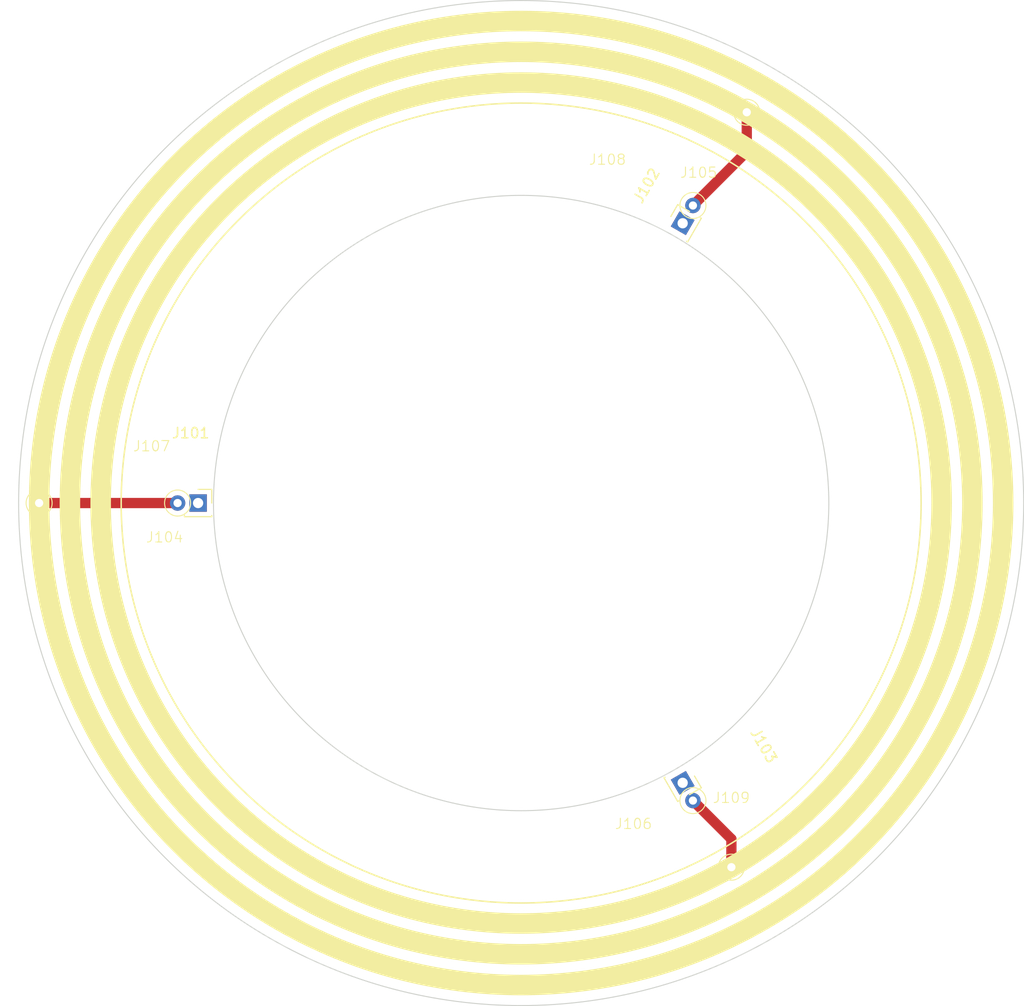
<source format=kicad_pcb>
(kicad_pcb (version 20221018) (generator pcbnew)
  (layers (0 "F.Cu" signal) (31 "B.Cu" signal) (34 "B.Paste" user) (35 "F.Paste" user) (36 "B.SilkS" user "B.Silkscreen") (37 "F.SilkS" user "F.Silkscreen") (38 "B.Mask" user) (39 "F.Mask" user) (44 "Edge.Cuts" user))
  (net 0 "")
  (net 4 "Net-(J104-Pin_1)")
  (net 5 "Net-(J105-Pin_1)")
  (net 6 "Net-(J106-Pin_1)")
  (footprint "MyPinSocket:MyPinSocket" (layer "F.Cu") (at 65.75 77.28 -60)
    (fp_text reference "J103" (at 0.819988 -8.660261 120) (layer "F.SilkS"))
    (fp_text value "PWM2-IN")
    (fp_line (start -1.33 1.21) (end -1.33 1.33) (stroke (width 0.12)) (layer "F.SilkS"))
    (fp_line (start -1.33 1.33) (end 1.33 1.33) (stroke (width 0.12)) (layer "F.SilkS"))
    (fp_line (start 0 -1.33) (end 1.33 -1.33) (stroke (width 0.12)) (layer "F.SilkS"))
    (fp_line (start 1.33 -1.33) (end 1.33 0) (stroke (width 0.12)) (layer "F.SilkS"))
    (fp_line (start 1.33 1.21) (end 1.33 1.33) (stroke (width 0.12)) (layer "F.SilkS"))
    (pad "1" thru_hole rect (at 0 0 300) (size 1.7 1.7) (drill 1) (layers "*.Cu" "*.Mask"))
  )
  (footprint "MyPinSocket:MyPinSocket" (layer "F.Cu") (at 65.75 22.72 60)
    (fp_text reference "J102" (at 1.418313 -4.883409 60) (layer "F.SilkS"))
    (fp_text value "PWM1-IN")
    (fp_line (start -1.33 1.21) (end -1.33 1.33) (stroke (width 0.12)) (layer "F.SilkS"))
    (fp_line (start -1.33 1.33) (end 1.33 1.33) (stroke (width 0.12)) (layer "F.SilkS"))
    (fp_line (start 0 -1.33) (end 1.33 -1.33) (stroke (width 0.12)) (layer "F.SilkS"))
    (fp_line (start 1.33 -1.33) (end 1.33 0) (stroke (width 0.12)) (layer "F.SilkS"))
    (fp_line (start 1.33 1.21) (end 1.33 1.33) (stroke (width 0.12)) (layer "F.SilkS"))
    (pad "1" thru_hole rect (at 0 0 60) (size 1.7 1.7) (drill 1) (layers "*.Cu" "*.Mask"))
  )
  (footprint "my_small_pad:my_small_pad" (layer "F.Cu") (at 16.5 50)
    (fp_text reference "J104" (at -1.26 3.34 unlocked) (layer "F.SilkS") (effects (font (thickness 0.1))))
    (fp_text value "PWM+MIDDLE")
    (fp_circle (center 0 0) (end 0 -1.27) (stroke (width 0.1)) (fill none) (layer "F.SilkS"))
    (pad "1" thru_hole circle (at 0 0) (size 1.5 1.5) (drill 0.8) (layers "*.Cu" "*.Mask") (net 4 "Net-(J104-Pin_1)"))
  )
  (footprint "my_small_pad:my_small_pad" (layer "F.Cu") (at 3 50)
    (fp_text reference "J107" (at 10.97 -5.55 unlocked) (layer "F.SilkS") (effects (font (thickness 0.1))))
    (fp_text value "PWM+OUT")
    (fp_circle (center 0 0) (end 0 -1.27) (stroke (width 0.1)) (fill none) (layer "F.SilkS"))
    (pad "1" thru_hole circle (at 0 0) (size 1.5 1.5) (drill 0.8) (layers "*.Cu" "*.Mask") (net 4 "Net-(J104-Pin_1)"))
  )
  (footprint "my_small_pad:my_small_pad" (layer "F.Cu") (at 70.5 85.507)
    (fp_text reference "J109" (at 0 -6.767 unlocked) (layer "F.SilkS") (effects (font (thickness 0.1))))
    (fp_text value "PWM2-OUT")
    (fp_circle (center 0 0) (end 0 -1.27) (stroke (width 0.1)) (fill none) (layer "F.SilkS"))
    (pad "1" thru_hole circle (at 0 0) (size 1.5 1.5) (drill 0.8) (layers "*.Cu" "*.Mask") (net 6 "Net-(J106-Pin_1)"))
  )
  (footprint "my_small_pad:my_small_pad" (layer "F.Cu") (at 66.75 20.988)
    (fp_text reference "J105" (at 0.56 -3.208 unlocked) (layer "F.SilkS") (effects (font (thickness 0.1))))
    (fp_text value "PWM1-MIDDLE")
    (fp_circle (center 0 0) (end 0 -1.27) (stroke (width 0.1)) (fill none) (layer "F.SilkS"))
    (pad "1" thru_hole circle (at 0 0) (size 1.5 1.5) (drill 0.8) (layers "*.Cu" "*.Mask") (net 5 "Net-(J105-Pin_1)"))
  )
  (footprint "my_small_pad:my_small_pad" (layer "F.Cu") (at 72 11.895)
    (fp_text reference "J108" (at -13.58 4.615 unlocked) (layer "F.SilkS") (effects (font (thickness 0.1))))
    (fp_text value "PWM1-OUT")
    (fp_circle (center 0 0) (end 0 -1.27) (stroke (width 0.1)) (fill none) (layer "F.SilkS"))
    (pad "1" thru_hole circle (at 0 0) (size 1.5 1.5) (drill 0.8) (layers "*.Cu" "*.Mask") (net 5 "Net-(J105-Pin_1)"))
  )
  (footprint "MyPinSocket:MyPinSocket" (layer "F.Cu") (at 18.5 50)
    (fp_text reference "J101" (at -0.72 -6.82) (layer "F.SilkS"))
    (fp_text value "PWM+IN")
    (fp_line (start -1.33 1.21) (end -1.33 1.33) (stroke (width 0.12)) (layer "F.SilkS"))
    (fp_line (start -1.33 1.33) (end 1.33 1.33) (stroke (width 0.12)) (layer "F.SilkS"))
    (fp_line (start 0 -1.33) (end 1.33 -1.33) (stroke (width 0.12)) (layer "F.SilkS"))
    (fp_line (start 1.33 -1.33) (end 1.33 0) (stroke (width 0.12)) (layer "F.SilkS"))
    (fp_line (start 1.33 1.21) (end 1.33 1.33) (stroke (width 0.12)) (layer "F.SilkS"))
    (pad "1" thru_hole rect (at 0 0) (size 1.7 1.7) (drill 1) (layers "*.Cu" "*.Mask"))
  )
  (footprint "my_small_pad:my_small_pad" (layer "F.Cu") (at 66.75 79.012)
    (fp_text reference "J106" (at -5.79 2.268 unlocked) (layer "F.SilkS") (effects (font (thickness 0.1))))
    (fp_text value "PWM2-MIDDLE")
    (fp_circle (center 0 0) (end 0 -1.27) (stroke (width 0.1)) (fill none) (layer "F.SilkS"))
    (pad "1" thru_hole circle (at 0 0) (size 1.5 1.5) (drill 0.8) (layers "*.Cu" "*.Mask") (net 6 "Net-(J106-Pin_1)"))
  )
  (gr_circle (center 50 50) (end 97 50) (stroke (width 2)) (fill none) (layer "F.SilkS"))
  (gr_circle (center 50 50) (end 89 50) (stroke (width 0.15)) (fill none) (layer "F.SilkS"))
  (gr_circle (center 50 50) (end 91 50) (stroke (width 2)) (fill none) (layer "F.SilkS"))
  (gr_circle (center 50 50) (end 94 50) (stroke (width 2)) (fill none) (layer "F.SilkS"))
  (gr_circle (center 50 50) (end 99 50) (stroke (width 0.1)) (fill none) (layer "Edge.Cuts"))
  (gr_circle (center 50 50) (end 80 50) (stroke (width 0.1)) (fill none) (layer "Edge.Cuts"))
  (segment (start 3 50) (end 16.5 50) (width 1) (layer "F.Cu") (net 4))
  (segment (start 72 11.895) (end 72 15.738) (width 1) (layer "F.Cu") (net 5))
  (segment (start 72 15.738) (end 66.75 20.988) (width 1) (layer "F.Cu") (net 5))
  (segment (start 70.5 85.507) (end 70.5 82.762) (width 1) (layer "F.Cu") (net 6))
  (segment (start 70.5 82.762) (end 66.75 79.012) (width 1) (layer "F.Cu") (net 6))
)
</source>
